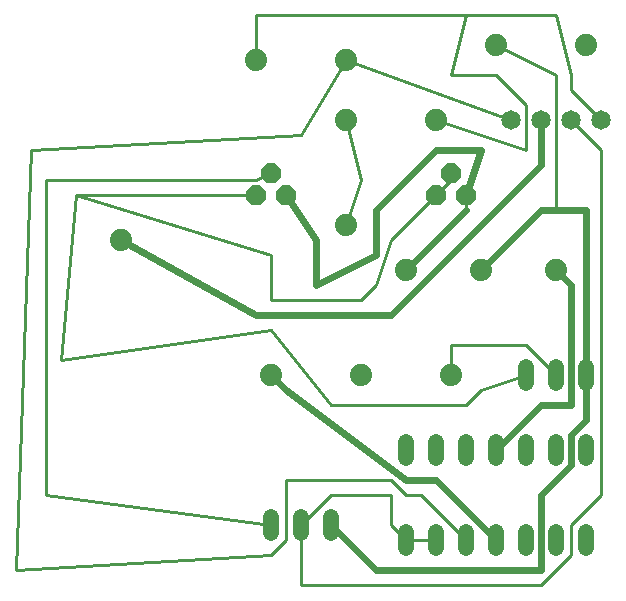
<source format=gbl>
G75*
G70*
%OFA0B0*%
%FSLAX24Y24*%
%IPPOS*%
%LPD*%
%AMOC8*
5,1,8,0,0,1.08239X$1,22.5*
%
%ADD10C,0.0740*%
%ADD11C,0.0650*%
%ADD12C,0.0520*%
%ADD13OC8,0.0660*%
%ADD14C,0.0100*%
%ADD15C,0.0240*%
D10*
X009600Y008100D03*
X012600Y008100D03*
X015600Y008100D03*
X016600Y011600D03*
X014100Y011600D03*
X012100Y013100D03*
X012100Y016600D03*
X012100Y018600D03*
X009100Y018600D03*
X015100Y016600D03*
X017100Y019100D03*
X020100Y019100D03*
X019100Y011600D03*
X004600Y012600D03*
D11*
X017600Y016600D03*
X018600Y016600D03*
X019600Y016600D03*
X020600Y016600D03*
D12*
X020100Y008360D02*
X020100Y007840D01*
X019100Y007840D02*
X019100Y008360D01*
X018100Y008360D02*
X018100Y007840D01*
X018100Y005860D02*
X018100Y005340D01*
X017100Y005340D02*
X017100Y005860D01*
X016100Y005860D02*
X016100Y005340D01*
X015100Y005340D02*
X015100Y005860D01*
X014100Y005860D02*
X014100Y005340D01*
X014100Y002860D02*
X014100Y002340D01*
X015100Y002340D02*
X015100Y002860D01*
X016100Y002860D02*
X016100Y002340D01*
X017100Y002340D02*
X017100Y002860D01*
X018100Y002860D02*
X018100Y002340D01*
X019100Y002340D02*
X019100Y002860D01*
X020100Y002860D02*
X020100Y002340D01*
X020100Y005340D02*
X020100Y005860D01*
X019100Y005860D02*
X019100Y005340D01*
X011600Y003360D02*
X011600Y002840D01*
X010600Y002840D02*
X010600Y003360D01*
X009600Y003360D02*
X009600Y002840D01*
D13*
X009100Y014100D03*
X009600Y014850D03*
X010100Y014100D03*
X015100Y014100D03*
X015600Y014850D03*
X016100Y014100D03*
D14*
X001600Y015600D02*
X001100Y001600D01*
X009600Y002100D01*
X010100Y002600D01*
X010100Y004600D01*
X013600Y004600D01*
X014100Y004100D01*
X014600Y004100D01*
X016100Y002600D01*
X015100Y002600D02*
X014100Y002600D01*
X013600Y003100D01*
X013600Y004100D01*
X011600Y004100D01*
X010600Y003100D01*
X010600Y001100D01*
X018600Y001100D01*
X019600Y002100D01*
X019600Y003100D01*
X020600Y004100D01*
X020600Y015600D01*
X019600Y016600D01*
X019600Y017600D02*
X020600Y016600D01*
X019600Y017600D02*
X019600Y018100D01*
X019100Y020100D01*
X016100Y020100D01*
X015600Y018100D01*
X017100Y018100D01*
X018100Y017100D01*
X018100Y015600D01*
X015100Y016600D01*
X015600Y014850D02*
X015600Y014600D01*
X015100Y014100D01*
X013600Y012600D01*
X013100Y011100D01*
X012600Y010600D01*
X009600Y010600D01*
X009600Y012100D01*
X003100Y014100D01*
X002600Y008600D01*
X009600Y009600D01*
X011600Y007100D01*
X016100Y007100D01*
X016600Y007600D01*
X018100Y008100D01*
X018100Y009100D02*
X015600Y009100D01*
X015600Y008100D01*
X018100Y009100D02*
X019100Y008100D01*
X019100Y013600D02*
X019100Y018100D01*
X017100Y019100D01*
X016100Y020100D02*
X009100Y020100D01*
X009100Y018600D01*
X010600Y016100D02*
X012100Y018600D01*
X017600Y016600D01*
X016100Y014100D02*
X016100Y013600D01*
X012600Y014600D02*
X012100Y016600D01*
X010600Y016100D02*
X001600Y015600D01*
X002100Y014600D02*
X009100Y014600D01*
X009600Y014850D01*
X009100Y014100D02*
X003100Y014100D01*
X002100Y014600D02*
X002100Y004100D01*
X009600Y003100D01*
X012100Y013100D02*
X012600Y014600D01*
D15*
X013100Y013600D02*
X015100Y015600D01*
X016600Y015600D01*
X016100Y014100D01*
X016100Y013600D02*
X014100Y011600D01*
X013100Y012100D02*
X013100Y013600D01*
X013100Y012100D02*
X011100Y011100D01*
X011100Y012600D01*
X010100Y014100D01*
X009100Y010100D02*
X004600Y012600D01*
X009100Y010100D02*
X013600Y010100D01*
X018600Y015100D01*
X018600Y016600D01*
X018600Y013600D02*
X019100Y013600D01*
X020100Y013600D01*
X020100Y008100D01*
X020100Y006600D01*
X019600Y006100D01*
X019600Y005100D01*
X018600Y004100D01*
X018600Y001600D01*
X013100Y001600D01*
X011600Y003100D01*
X014100Y004600D02*
X010100Y007600D01*
X009600Y008100D01*
X014100Y004600D02*
X015100Y004600D01*
X017100Y002600D01*
X017100Y005600D02*
X018600Y007100D01*
X019600Y007100D01*
X019600Y011100D01*
X019100Y011600D01*
X018600Y013600D02*
X016600Y011600D01*
M02*

</source>
